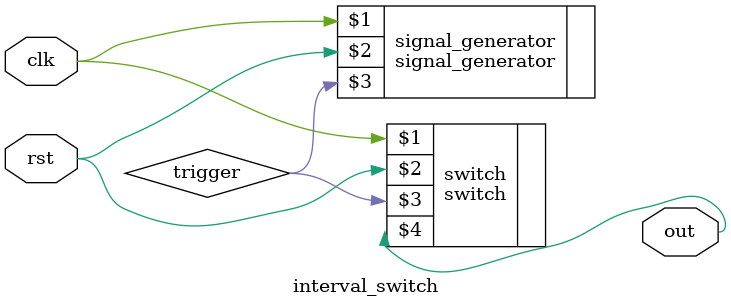
<source format=v>
`include "switch.v"
`include "signal_generator.v"

module interval_switch #(parameter DELAY = 2,
						 parameter TIMER_SIZE = 63
						  )(input  clk,
							input  rst,
							output out);

   wire 						   trigger;
   
   switch switch(clk, rst, trigger, out);
   signal_generator #(.DELAY(DELAY)) signal_generator(clk, rst, trigger);

endmodule


</source>
